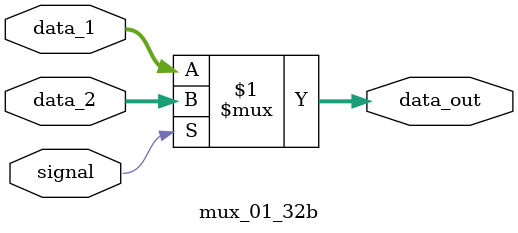
<source format=v>
module mux_01_32b (
    input  wire        signal,
    input  wire [31:0] data_1,
    input  wire [31:0] data_2,
    output wire [31:0] data_out
);

    assign data_out = (signal) ? data_2 : data_1;

endmodule
    
</source>
